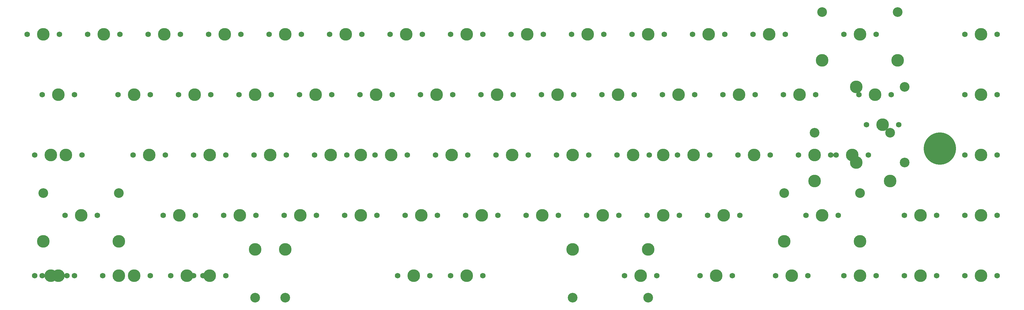
<source format=gbr>
%TF.GenerationSoftware,KiCad,Pcbnew,7.0.9*%
%TF.CreationDate,2023-11-09T15:49:42+02:00*%
%TF.ProjectId,keyboard,6b657962-6f61-4726-942e-6b696361645f,rev?*%
%TF.SameCoordinates,Original*%
%TF.FileFunction,Soldermask,Top*%
%TF.FilePolarity,Negative*%
%FSLAX46Y46*%
G04 Gerber Fmt 4.6, Leading zero omitted, Abs format (unit mm)*
G04 Created by KiCad (PCBNEW 7.0.9) date 2023-11-09 15:49:42*
%MOMM*%
%LPD*%
G01*
G04 APERTURE LIST*
%ADD10C,3.048000*%
%ADD11C,3.987800*%
%ADD12C,1.750000*%
%ADD13C,10.200000*%
G04 APERTURE END LIST*
D10*
%TO.C,MX61*%
X311943750Y-271621250D03*
D11*
X311943750Y-286861250D03*
D12*
X318770000Y-278606250D03*
D11*
X323850000Y-278606250D03*
D12*
X328930000Y-278606250D03*
D10*
X335756250Y-271621250D03*
D11*
X335756250Y-286861250D03*
%TD*%
D12*
%TO.C,MX54*%
X278288750Y-297656250D03*
D11*
X283368750Y-297656250D03*
D12*
X288448750Y-297656250D03*
%TD*%
%TO.C,MX69*%
X68738750Y-316706250D03*
D11*
X73818750Y-316706250D03*
D12*
X78898750Y-316706250D03*
%TD*%
%TO.C,MX8*%
X97313750Y-278606250D03*
D11*
X102393750Y-278606250D03*
D12*
X107473750Y-278606250D03*
%TD*%
%TO.C,MX29*%
X183038750Y-297656250D03*
D11*
X188118750Y-297656250D03*
D12*
X193198750Y-297656250D03*
%TD*%
%TO.C,MX3*%
X71120000Y-278606250D03*
D11*
X76200000Y-278606250D03*
D12*
X81280000Y-278606250D03*
%TD*%
%TO.C,MX5*%
X66357500Y-316706250D03*
D11*
X71437500Y-316706250D03*
D12*
X76517500Y-316706250D03*
%TD*%
%TO.C,MX31*%
X178276250Y-240506250D03*
D11*
X183356250Y-240506250D03*
D12*
X188436250Y-240506250D03*
%TD*%
%TO.C,MX71*%
X116363750Y-316706250D03*
D11*
X121443750Y-316706250D03*
D12*
X126523750Y-316706250D03*
%TD*%
%TO.C,MX15*%
X109220000Y-316706250D03*
D11*
X114300000Y-316706250D03*
D12*
X119380000Y-316706250D03*
%TD*%
%TO.C,MX60*%
X302101250Y-259556250D03*
D11*
X307181250Y-259556250D03*
D12*
X312261250Y-259556250D03*
%TD*%
%TO.C,MX13*%
X116363750Y-278606250D03*
D11*
X121443750Y-278606250D03*
D12*
X126523750Y-278606250D03*
%TD*%
%TO.C,MX28*%
X173513750Y-278606250D03*
D11*
X178593750Y-278606250D03*
D12*
X183673750Y-278606250D03*
%TD*%
D11*
%TO.C,*%
X169068750Y-278606250D03*
%TD*%
D12*
%TO.C,MX52*%
X264001250Y-259556250D03*
D11*
X269081250Y-259556250D03*
D12*
X274161250Y-259556250D03*
%TD*%
%TO.C,MX47*%
X244951250Y-259556250D03*
D11*
X250031250Y-259556250D03*
D12*
X255111250Y-259556250D03*
%TD*%
%TO.C,MX45*%
X340201250Y-316706250D03*
D11*
X345281250Y-316706250D03*
D12*
X350361250Y-316706250D03*
%TD*%
%TO.C,MX25*%
X252095000Y-316706250D03*
D11*
X257175000Y-316706250D03*
D12*
X262255000Y-316706250D03*
%TD*%
%TO.C,MX32*%
X187801250Y-259556250D03*
D11*
X192881250Y-259556250D03*
D12*
X197961250Y-259556250D03*
%TD*%
%TO.C,MX36*%
X197326250Y-240506250D03*
D11*
X202406250Y-240506250D03*
D12*
X207486250Y-240506250D03*
%TD*%
%TO.C,MX50*%
X359251250Y-316706250D03*
D11*
X364331250Y-316706250D03*
D12*
X369411250Y-316706250D03*
%TD*%
D13*
%TO.C,*%
X351409000Y-276606000D03*
%TD*%
D11*
%TO.C,*%
X264318750Y-278606250D03*
%TD*%
D12*
%TO.C,MX64*%
X325913750Y-259556250D03*
D11*
X330993750Y-259556250D03*
D12*
X336073750Y-259556250D03*
%TD*%
%TO.C,MX34*%
X202088750Y-297656250D03*
D11*
X207168750Y-297656250D03*
D12*
X212248750Y-297656250D03*
%TD*%
%TO.C,MX49*%
X259238750Y-297656250D03*
D11*
X264318750Y-297656250D03*
D12*
X269398750Y-297656250D03*
%TD*%
D10*
%TO.C,MX58*%
X302418750Y-290671250D03*
D11*
X302418750Y-305911250D03*
D12*
X309245000Y-297656250D03*
D11*
X314325000Y-297656250D03*
D12*
X319405000Y-297656250D03*
D10*
X326231250Y-290671250D03*
D11*
X326231250Y-305911250D03*
%TD*%
D12*
%TO.C,MX17*%
X130651250Y-259556250D03*
D11*
X135731250Y-259556250D03*
D12*
X140811250Y-259556250D03*
%TD*%
%TO.C,MX46*%
X235426250Y-240506250D03*
D11*
X240506250Y-240506250D03*
D12*
X245586250Y-240506250D03*
%TD*%
%TO.C,MX62*%
X340201250Y-297656250D03*
D11*
X345281250Y-297656250D03*
D12*
X350361250Y-297656250D03*
%TD*%
%TO.C,MX6*%
X83026250Y-240506250D03*
D11*
X88106250Y-240506250D03*
D12*
X93186250Y-240506250D03*
%TD*%
%TO.C,MX30*%
X275907500Y-316706250D03*
D11*
X280987500Y-316706250D03*
D12*
X286067500Y-316706250D03*
%TD*%
%TO.C,MX70*%
X92551250Y-316706250D03*
D11*
X97631250Y-316706250D03*
D12*
X102711250Y-316706250D03*
%TD*%
%TO.C,MX66*%
X359251250Y-297656250D03*
D11*
X364331250Y-297656250D03*
D12*
X369411250Y-297656250D03*
%TD*%
%TO.C,MX39*%
X221138750Y-297656250D03*
D11*
X226218750Y-297656250D03*
D12*
X231298750Y-297656250D03*
%TD*%
%TO.C,MX41*%
X216376250Y-240506250D03*
D11*
X221456250Y-240506250D03*
D12*
X226536250Y-240506250D03*
%TD*%
D11*
%TO.C,MX20*%
X135737600Y-308451250D03*
D10*
X135737600Y-323691250D03*
D12*
X180657500Y-316706250D03*
D11*
X185737500Y-316706250D03*
D12*
X190817500Y-316706250D03*
D11*
X235737400Y-308451250D03*
D10*
X235737400Y-323691250D03*
%TD*%
D12*
%TO.C,MX14*%
X125888750Y-297656250D03*
D11*
X130968750Y-297656250D03*
D12*
X136048750Y-297656250D03*
%TD*%
%TO.C,MX12*%
X111601250Y-259556250D03*
D11*
X116681250Y-259556250D03*
D12*
X121761250Y-259556250D03*
%TD*%
%TO.C,MX67*%
X359251250Y-240506250D03*
D11*
X364331250Y-240506250D03*
D12*
X369411250Y-240506250D03*
%TD*%
%TO.C,MX73*%
X66357500Y-278606250D03*
D11*
X71437500Y-278606250D03*
D12*
X76517500Y-278606250D03*
%TD*%
%TO.C,MX9*%
X106838750Y-297656250D03*
D11*
X111918750Y-297656250D03*
D12*
X116998750Y-297656250D03*
%TD*%
%TO.C,MX35*%
X299720000Y-316706250D03*
D11*
X304800000Y-316706250D03*
D12*
X309880000Y-316706250D03*
%TD*%
%TO.C,MX10*%
X87788750Y-316706250D03*
D11*
X92868750Y-316706250D03*
D12*
X97948750Y-316706250D03*
%TD*%
%TO.C,MX40*%
X321151250Y-316706250D03*
D11*
X326231250Y-316706250D03*
D12*
X331311250Y-316706250D03*
%TD*%
%TO.C,MX33*%
X192563750Y-278606250D03*
D11*
X197643750Y-278606250D03*
D12*
X202723750Y-278606250D03*
%TD*%
D10*
%TO.C,MX63*%
X314325000Y-233521250D03*
D11*
X314325000Y-248761250D03*
D12*
X321151250Y-240506250D03*
D11*
X326231250Y-240506250D03*
D12*
X331311250Y-240506250D03*
D10*
X338137500Y-233521250D03*
D11*
X338137500Y-248761250D03*
%TD*%
D12*
%TO.C,MX2*%
X68738750Y-259556250D03*
D11*
X73818750Y-259556250D03*
D12*
X78898750Y-259556250D03*
%TD*%
%TO.C,MX24*%
X163988750Y-297656250D03*
D11*
X169068750Y-297656250D03*
D12*
X174148750Y-297656250D03*
%TD*%
%TO.C,MX44*%
X240188750Y-297656250D03*
D11*
X245268750Y-297656250D03*
D12*
X250348750Y-297656250D03*
%TD*%
%TO.C,MX19*%
X144938750Y-297656250D03*
D11*
X150018750Y-297656250D03*
D12*
X155098750Y-297656250D03*
%TD*%
%TO.C,MX38*%
X211613750Y-278606250D03*
D11*
X216693750Y-278606250D03*
D12*
X221773750Y-278606250D03*
%TD*%
D11*
%TO.C,MX72*%
X145256250Y-308451250D03*
D10*
X145256250Y-323691250D03*
D12*
X197326250Y-316706250D03*
D11*
X202406250Y-316706250D03*
D12*
X207486250Y-316706250D03*
D11*
X259556250Y-308451250D03*
D10*
X259556250Y-323691250D03*
%TD*%
D12*
%TO.C,MX68*%
X359251250Y-259556250D03*
D11*
X364331250Y-259556250D03*
D12*
X369411250Y-259556250D03*
%TD*%
%TO.C,MX51*%
X254476250Y-240506250D03*
D11*
X259556250Y-240506250D03*
D12*
X264636250Y-240506250D03*
%TD*%
%TO.C,MX75*%
X306863750Y-278606250D03*
D11*
X311943750Y-278606250D03*
D12*
X317023750Y-278606250D03*
%TD*%
%TO.C,MX56*%
X283051250Y-259556250D03*
D11*
X288131250Y-259556250D03*
D12*
X293211250Y-259556250D03*
%TD*%
%TO.C,MX42*%
X225901250Y-259556250D03*
D11*
X230981250Y-259556250D03*
D12*
X236061250Y-259556250D03*
%TD*%
%TO.C,MX43*%
X230663750Y-278606250D03*
D11*
X235743750Y-278606250D03*
D12*
X240823750Y-278606250D03*
%TD*%
%TO.C,MX22*%
X149701250Y-259556250D03*
D11*
X154781250Y-259556250D03*
D12*
X159861250Y-259556250D03*
%TD*%
%TO.C,MX53*%
X268763750Y-278606250D03*
D11*
X273843750Y-278606250D03*
D12*
X278923750Y-278606250D03*
%TD*%
%TO.C,MX65*%
X359251250Y-278606250D03*
D11*
X364331250Y-278606250D03*
D12*
X369411250Y-278606250D03*
%TD*%
D10*
%TO.C,MX4*%
X69056250Y-290671250D03*
D11*
X69056250Y-305911250D03*
D12*
X75882500Y-297656250D03*
D11*
X80962500Y-297656250D03*
D12*
X86042500Y-297656250D03*
D10*
X92868750Y-290671250D03*
D11*
X92868750Y-305911250D03*
%TD*%
D12*
%TO.C,MX7*%
X92551250Y-259556250D03*
D11*
X97631250Y-259556250D03*
D12*
X102711250Y-259556250D03*
%TD*%
%TO.C,MX55*%
X273526250Y-240506250D03*
D11*
X278606250Y-240506250D03*
D12*
X283686250Y-240506250D03*
%TD*%
%TO.C,MX23*%
X154463750Y-278606250D03*
D11*
X159543750Y-278606250D03*
D12*
X164623750Y-278606250D03*
%TD*%
%TO.C,MX16*%
X121126250Y-240506250D03*
D11*
X126206250Y-240506250D03*
D12*
X131286250Y-240506250D03*
%TD*%
D11*
%TO.C,MX74*%
X325120000Y-257143250D03*
X325120000Y-281019250D03*
D12*
X328295000Y-269081250D03*
D11*
X333375000Y-269081250D03*
D12*
X338455000Y-269081250D03*
D10*
X340360000Y-257143250D03*
X340360000Y-281019250D03*
%TD*%
D12*
%TO.C,MX18*%
X135413750Y-278606250D03*
D11*
X140493750Y-278606250D03*
D12*
X145573750Y-278606250D03*
%TD*%
%TO.C,MX37*%
X206851250Y-259556250D03*
D11*
X211931250Y-259556250D03*
D12*
X217011250Y-259556250D03*
%TD*%
%TO.C,MX48*%
X249713750Y-278606250D03*
D11*
X254793750Y-278606250D03*
D12*
X259873750Y-278606250D03*
%TD*%
%TO.C,MX59*%
X292576250Y-240506250D03*
D11*
X297656250Y-240506250D03*
D12*
X302736250Y-240506250D03*
%TD*%
%TO.C,MX26*%
X159226250Y-240506250D03*
D11*
X164306250Y-240506250D03*
D12*
X169386250Y-240506250D03*
%TD*%
%TO.C,MX21*%
X140176250Y-240506250D03*
D11*
X145256250Y-240506250D03*
D12*
X150336250Y-240506250D03*
%TD*%
%TO.C,MX57*%
X287813750Y-278606250D03*
D11*
X292893750Y-278606250D03*
D12*
X297973750Y-278606250D03*
%TD*%
%TO.C,MX27*%
X168751250Y-259556250D03*
D11*
X173831250Y-259556250D03*
D12*
X178911250Y-259556250D03*
%TD*%
%TO.C,MX1*%
X63976250Y-240506250D03*
D11*
X69056250Y-240506250D03*
D12*
X74136250Y-240506250D03*
%TD*%
%TO.C,MX11*%
X102076250Y-240506250D03*
D11*
X107156250Y-240506250D03*
D12*
X112236250Y-240506250D03*
%TD*%
M02*

</source>
